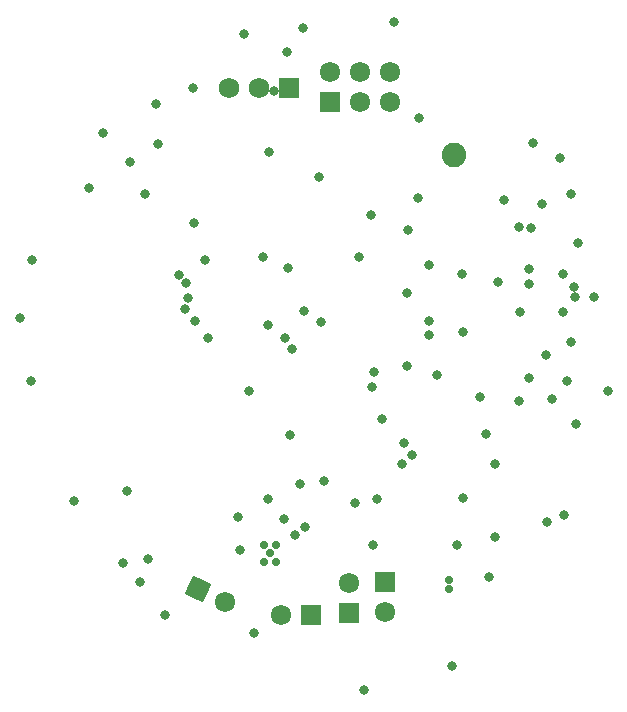
<source format=gbs>
G04 Layer_Color=16711935*
%FSLAX25Y25*%
%MOIN*%
G70*
G01*
G75*
%ADD179C,0.08200*%
%ADD180C,0.06784*%
%ADD181P,0.09594X4X380.0*%
%ADD182R,0.06784X0.06784*%
%ADD183R,0.06784X0.06784*%
%ADD184R,0.06902X0.06902*%
%ADD185C,0.06902*%
%ADD186C,0.03200*%
%ADD187C,0.02769*%
D179*
X45300Y63200D02*
D03*
D180*
X-31137Y-85726D02*
D03*
X-12400Y-90200D02*
D03*
X22000Y-89100D02*
D03*
X10300Y-79500D02*
D03*
X3900Y90800D02*
D03*
X13900Y80800D02*
D03*
X23900D02*
D03*
X13900Y90800D02*
D03*
X23900D02*
D03*
D181*
X-40200Y-81500D02*
D03*
D182*
X-2400Y-90200D02*
D03*
X3900Y80800D02*
D03*
D183*
X22000Y-79100D02*
D03*
X10300Y-89500D02*
D03*
D184*
X-9800Y85400D02*
D03*
D185*
X-19800D02*
D03*
X-29800D02*
D03*
D186*
X-10600Y97600D02*
D03*
X33100Y48800D02*
D03*
X59900Y20700D02*
D03*
X53900Y-17400D02*
D03*
X-21500Y-96100D02*
D03*
X-59500Y-79100D02*
D03*
X-56800Y-71700D02*
D03*
X-65100Y-72900D02*
D03*
X-81600Y-52300D02*
D03*
X-95800Y-12300D02*
D03*
X-99600Y8800D02*
D03*
X-95400Y28200D02*
D03*
X96400Y-15500D02*
D03*
X77700Y-18300D02*
D03*
X82700Y-12300D02*
D03*
X75900Y-3700D02*
D03*
X-76500Y52000D02*
D03*
X-57800Y50200D02*
D03*
X-62700Y60800D02*
D03*
X-53600Y66800D02*
D03*
X-54200Y80200D02*
D03*
X-41700Y85600D02*
D03*
X70124Y-11332D02*
D03*
X28468Y-33031D02*
D03*
X-18531Y29068D02*
D03*
X17569Y43169D02*
D03*
X-10126Y25469D02*
D03*
X-4901Y11201D02*
D03*
X-23050Y-15650D02*
D03*
X71368Y67269D02*
D03*
X100Y55700D02*
D03*
X56800Y-77400D02*
D03*
X-16904Y6496D02*
D03*
X44500Y-107300D02*
D03*
X15100Y-115300D02*
D03*
X-71843Y70500D02*
D03*
X-51136Y-90131D02*
D03*
X84069Y828D02*
D03*
X46247Y-66853D02*
D03*
X-7931Y-63432D02*
D03*
X48044Y-51300D02*
D03*
X81368Y23374D02*
D03*
X91969Y15768D02*
D03*
X58868Y-64289D02*
D03*
X-4380Y-60782D02*
D03*
X1732Y-45437D02*
D03*
X-41631Y40569D02*
D03*
X-37931Y27968D02*
D03*
X-16632Y64268D02*
D03*
X81968Y-56832D02*
D03*
X19600Y-51500D02*
D03*
X39369Y-10232D02*
D03*
X81368Y10768D02*
D03*
X21068Y-24732D02*
D03*
X67212Y10869D02*
D03*
X70268Y20268D02*
D03*
X70294Y25274D02*
D03*
X-14831Y84469D02*
D03*
X74568Y46668D02*
D03*
X85568Y15739D02*
D03*
X33518Y75568D02*
D03*
X48077Y4261D02*
D03*
X-44232Y20518D02*
D03*
X36869Y3269D02*
D03*
X-41200Y7900D02*
D03*
X36869Y7668D02*
D03*
X-43431Y15316D02*
D03*
X-8900Y-1600D02*
D03*
X-44400Y11700D02*
D03*
X-36900Y2200D02*
D03*
X-11100Y2000D02*
D03*
X55869Y-29831D02*
D03*
X66974Y-18726D02*
D03*
X36869Y26568D02*
D03*
X76169Y-59232D02*
D03*
X-24800Y103300D02*
D03*
X29800Y38100D02*
D03*
X-5032Y105504D02*
D03*
X25168Y107569D02*
D03*
X58700Y-40000D02*
D03*
X85700Y-26700D02*
D03*
X-6331Y-46431D02*
D03*
X-9617Y-30146D02*
D03*
X12300Y-53000D02*
D03*
X27800Y-39800D02*
D03*
X17778Y-14232D02*
D03*
X70800Y38900D02*
D03*
X29568Y-7231D02*
D03*
Y17075D02*
D03*
X47868Y23374D02*
D03*
X86548Y33744D02*
D03*
X18568Y-9132D02*
D03*
X66969Y39018D02*
D03*
X31032Y-36869D02*
D03*
X18000Y-67000D02*
D03*
X-26700Y-57700D02*
D03*
X-11631Y-58281D02*
D03*
X-26131Y-68632D02*
D03*
X84148Y50005D02*
D03*
X80616Y62157D02*
D03*
X-63932Y-48731D02*
D03*
X61668Y47969D02*
D03*
X-46632Y23190D02*
D03*
X85300Y19189D02*
D03*
X-17000Y-51478D02*
D03*
X900Y7400D02*
D03*
X13468Y29269D02*
D03*
D187*
X43600Y-81575D02*
D03*
Y-78425D02*
D03*
X-14112Y-72635D02*
D03*
X-18049D02*
D03*
Y-66729D02*
D03*
X-14112D02*
D03*
X-16081Y-69682D02*
D03*
M02*

</source>
